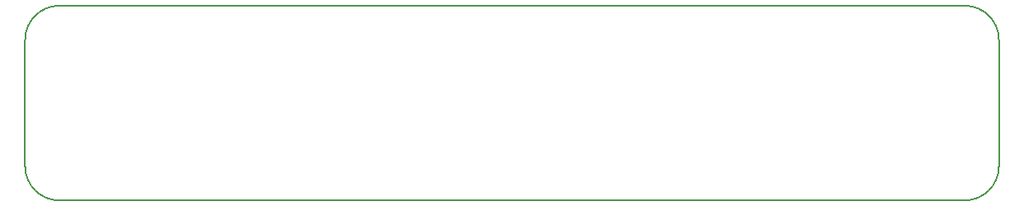
<source format=gbr>
G04 #@! TF.FileFunction,Profile,NP*
%FSLAX46Y46*%
G04 Gerber Fmt 4.6, Leading zero omitted, Abs format (unit mm)*
G04 Created by KiCad (PCBNEW 4.0.7) date 02/04/18 23:22:38*
%MOMM*%
%LPD*%
G01*
G04 APERTURE LIST*
%ADD10C,0.100000*%
%ADD11C,0.150000*%
G04 APERTURE END LIST*
D10*
D11*
X100500000Y-92000000D02*
X193500000Y-92000000D01*
X97000000Y-108500000D02*
X97000000Y-95500000D01*
X193500000Y-112000000D02*
X100500000Y-112000000D01*
X197000000Y-95500000D02*
X197000000Y-108500000D01*
X193500000Y-112000000D02*
G75*
G03X197000000Y-108500000I0J3500000D01*
G01*
X197000000Y-95500000D02*
G75*
G03X193500000Y-92000000I-3500000J0D01*
G01*
X97000000Y-108500000D02*
G75*
G03X100500000Y-112000000I3500000J0D01*
G01*
X100500000Y-92000000D02*
G75*
G03X97000000Y-95500000I0J-3500000D01*
G01*
M02*

</source>
